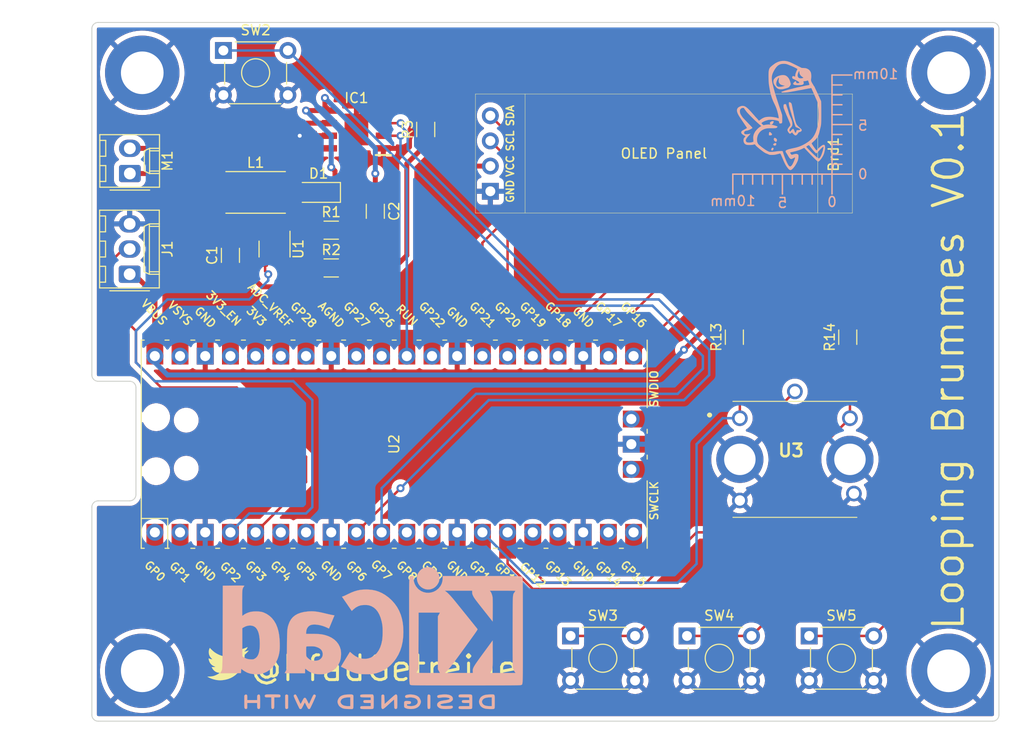
<source format=kicad_pcb>
(kicad_pcb (version 20211014) (generator pcbnew)
  (layers (0 "F.Cu" signal) (31 "B.Cu" signal) (34 "B.Paste" user) (35 "F.Paste" user) (36 "B.SilkS" user "B.Silkscreen") (37 "F.SilkS" user "F.Silkscreen") (38 "B.Mask" user) (39 "F.Mask" user) (44 "Edge.Cuts" user))
  (net 0 "")
  (net 1 "GND")
  (net 2 "+3V3")
  (net 3 "/SCL")
  (net 4 "/SDA")
  (net 5 "+5V")
  (net 6 "+9V")
  (net 7 "Net-(D1-Pad2)")
  (net 8 "/SPD2")
  (net 9 "/SPD1")
  (net 10 "Net-(IC1-Pad4)")
  (net 11 "/LEDdata")
  (net 12 "Net-(R1-Pad2)")
  (net 13 "/ENA")
  (net 14 "/ENB")
  (net 15 "/BTNONE")
  (net 16 "/RST")
  (net 17 "/BTNTWO")
  (net 18 "/BTNTHREE")
  (net 19 "/STPEN")
  (net 20 "/ENSW")
  (net 23 "Net-(IC1-Pad6)")
  (net 24 "Net-(IC1-Pad8)")
  (footprint "Resistor_SMD:R_1206_3216Metric_Pad1.30x1.75mm_HandSolder" (layer "F.Cu") (at 157.48 76.835 90)
    (fp_text reference "R14" (at 0 -1.82 90) (layer "F.SilkS"))
    (fp_text value "5k")
    (pad "1" smd roundrect (at -1.55 0 90) (size 1.3 1.75) (layers "F.Cu" "F.Paste" "F.Mask") (roundrect_rratio 0.192308) (net 14 "/ENB"))
    (pad "2" smd roundrect (at 1.55 0 90) (size 1.3 1.75) (layers "F.Cu" "F.Paste" "F.Mask") (roundrect_rratio 0.192308) (net 5 "+5V"))
  )
  (footprint "Capacitor_SMD:C_1206_3216Metric_Pad1.33x1.80mm_HandSolder" (layer "F.Cu") (at 109.855 64.135 -90)
    (fp_text reference "C2" (at 0 -1.905 90) (layer "F.SilkS"))
    (fp_text value "1u")
    (pad "1" smd roundrect (at -1.5625 0 270) (size 1.325 1.8) (layers "F.Cu" "F.Paste" "F.Mask") (roundrect_rratio 0.188679) (net 6 "+9V"))
    (pad "2" smd roundrect (at 1.5625 0 270) (size 1.325 1.8) (layers "F.Cu" "F.Paste" "F.Mask") (roundrect_rratio 0.188679) (net 1 "GND"))
  )
  (footprint "Button_Switch_THT:SW_TH_Tactile_Omron_B3F-10xx" (layer "F.Cu") (at 129.54 106.97)
    (fp_text reference "SW3" (at 3.25 -2.05) (layer "F.SilkS"))
    (fp_text value "SW_Push")
    (pad "1" thru_hole circle (at 6.5 0) (size 1.7 1.7) (drill 1) (layers *.Cu *.Mask) (net 15 "/BTNONE"))
    (pad "1" thru_hole rect (at 0 0) (size 1.7 1.7) (drill 1) (layers *.Cu *.Mask) (net 15 "/BTNONE"))
    (pad "2" thru_hole circle (at 6.5 4.5) (size 1.7 1.7) (drill 1) (layers *.Cu *.Mask) (net 1 "GND"))
    (pad "2" thru_hole circle (at 0 4.5) (size 1.7 1.7) (drill 1) (layers *.Cu *.Mask) (net 1 "GND"))
  )
  (footprint "SSD1306:SSD1306-0.91-OLED-4pin-128x32" (layer "F.Cu") (at 157.95 64.305 180)
    (fp_text reference "Brd1" (at 1.9 5.91 90) (layer "F.SilkS"))
    (fp_text value "SSD1306")
    (fp_text user "GND" (at 34.5 2.19 90) (layer "F.SilkS") (effects (font (size 0.75 0.75))))
    (fp_text user "SCL" (at 34.5 7.27 90) (layer "F.SilkS") (effects (font (size 0.75 0.75))))
    (fp_text user "OLED Panel" (at 19 6) (layer "F.SilkS"))
    (fp_text user "VCC" (at 34.5 4.73 90) (layer "F.SilkS") (effects (font (size 0.75 0.75))))
    (fp_text user "SDA" (at 34.5 9.81 90) (layer "F.SilkS") (effects (font (size 0.75 0.75))))
    (pad "1" thru_hole rect (at 36.5 2.19 180) (size 1.7 1.7) (drill 1) (layers *.Cu *.Mask) (net 1 "GND"))
    (pad "2" thru_hole oval (at 36.5 4.73 180) (size 1.7 1.7) (drill 1) (layers *.Cu *.Mask) (net 2 "+3V3"))
    (pad "3" thru_hole oval (at 36.5 7.27 180) (size 1.7 1.7) (drill 1) (layers *.Cu *.Mask) (net 3 "/SCL"))
    (pad "4" thru_hole oval (at 36.5 9.81 180) (size 1.7 1.7) (drill 1) (layers *.Cu *.Mask) (net 4 "/SDA"))
  )
  (footprint "" (layer "F.Cu") (at 167.64 50.165)
    (fp_text reference "" (at 0 0) (layer "F.SilkS") (effects (font (size 1.27 1.27))))
    (fp_text value "" (at 0 0) (layer "F.SilkS") (effects (font (size 1.27 1.27))))
    (pad "1" thru_hole circle (at 0 0) (size 7.5 7.5) (drill 4.3) (layers *.Cu *.Mask) (net 1 "GND"))
  )
  (footprint "MountingHole:MountingHole_4.3mm_M4_DIN965_Pad" (layer "F.Cu") (at 86.36 50.165)
    (fp_text reference "REF**" hide)
    (fp_text value "MountingHole_4.3mm_M4_DIN965_Pad")
    (pad "1" thru_hole circle (at 0 0) (size 7.5 7.5) (drill 4.3) (layers *.Cu *.Mask) (net 1 "GND"))
  )
  (footprint "Resistor_SMD:R_1206_3216Metric_Pad1.30x1.75mm_HandSolder" (layer "F.Cu") (at 146.05 76.835 90)
    (fp_text reference "R13" (at 0 -1.82 90) (layer "F.SilkS"))
    (fp_text value "5k")
    (pad "1" smd roundrect (at -1.55 0 90) (size 1.3 1.75) (layers "F.Cu" "F.Paste" "F.Mask") (roundrect_rratio 0.192308) (net 13 "/ENA"))
    (pad "2" smd roundrect (at 1.55 0 90) (size 1.3 1.75) (layers "F.Cu" "F.Paste" "F.Mask") (roundrect_rratio 0.192308) (net 5 "+5V"))
  )
  (footprint "Capacitor_SMD:C_1206_3216Metric_Pad1.33x1.80mm_HandSolder" (layer "F.Cu") (at 95.25 68.58 90)
    (fp_text reference "C1" (at 0 -1.85 90) (layer "F.SilkS"))
    (fp_text value "1u")
    (pad "1" smd roundrect (at -1.5625 0 90) (size 1.325 1.8) (layers "F.Cu" "F.Paste" "F.Mask") (roundrect_rratio 0.188679) (net 1 "GND"))
    (pad "2" smd roundrect (at 1.5625 0 90) (size 1.325 1.8) (layers "F.Cu" "F.Paste" "F.Mask") (roundrect_rratio 0.188679) (net 5 "+5V"))
  )
  (footprint "Samacsys:EC12D1564402" (layer "F.Cu") (at 146.602 85.009)
    (fp_text reference "U3" (at 5.163 3.256) (layer "F.SilkS") (effects (font (size 1.27 1.27) (thickness 0.254))))
    (fp_text value "EC12D1564402" hide)
    (pad "A1" thru_hole circle locked (at 0 0) (size 1.575 1.575) (drill 1.05) (layers *.Cu *.Mask) (net 13 "/ENA"))
    (pad "B1" thru_hole circle locked (at 11.099 0) (size 1.575 1.575) (drill 1.05) (layers *.Cu *.Mask) (net 14 "/ENB"))
    (pad "C1" thru_hole circle locked (at 0 8.3) (size 1.575 1.575) (drill 1.05) (layers *.Cu *.Mask) (net 1 "GND"))
    (pad "D1" thru_hole circle locked (at 11.5 7.6) (size 1.575 1.575) (drill 1.05) (layers *.Cu *.Mask) (net 1 "GND"))
    (pad "E1" thru_hole circle locked (at 5.55 -2.7) (size 1.575 1.575) (drill 1.05) (layers *.Cu *.Mask) (net 20 "/ENSW"))
    (pad "MH1" thru_hole circle locked (at 0 4.15) (size 4.755 4.755) (drill 3.17) (layers *.Cu *.Mask) (net 1 "GND"))
    (pad "MH2" thru_hole circle locked (at 11.099 4.15) (size 4.755 4.755) (drill 3.17) (layers *.Cu *.Mask) (net 1 "GND"))
  )
  (footprint "Samacsys:SOIC127P600X170-9N" (layer "F.Cu") (at 107.95 55.88 180)
    (fp_text reference "IC1" (at 0 3.175) (layer "F.SilkS"))
    (fp_text value "TB67H451AFNG,EL" hide)
    (pad "1" smd rect locked (at -2.712 -1.905 270) (size 0.65 1.525) (layers "F.Cu" "F.Paste" "F.Mask") (net 1 "GND"))
    (pad "2" smd rect locked (at -2.712 -0.635 270) (size 0.65 1.525) (layers "F.Cu" "F.Paste" "F.Mask") (net 8 "/SPD2"))
    (pad "3" smd rect locked (at -2.712 0.635 270) (size 0.65 1.525) (layers "F.Cu" "F.Paste" "F.Mask") (net 9 "/SPD1"))
    (pad "4" smd rect locked (at -2.712 1.905 270) (size 0.65 1.525) (layers "F.Cu" "F.Paste" "F.Mask") (net 10 "Net-(IC1-Pad4)"))
    (pad "5" smd rect locked (at 2.712 1.905 270) (size 0.65 1.525) (layers "F.Cu" "F.Paste" "F.Mask") (net 6 "+9V"))
    (pad "6" smd rect locked (at 2.712 0.635 270) (size 0.65 1.525) (layers "F.Cu" "F.Paste" "F.Mask") (net 23 "Net-(IC1-Pad6)"))
    (pad "7" smd rect locked (at 2.712 -0.635 270) (size 0.65 1.525) (layers "F.Cu" "F.Paste" "F.Mask") (net 1 "GND"))
    (pad "8" smd rect locked (at 2.712 -1.905 270) (size 0.65 1.525) (layers "F.Cu" "F.Paste" "F.Mask") (net 24 "Net-(IC1-Pad8)"))
    (pad "9" smd rect locked (at 0 0 180) (size 2.39 3.2) (layers "F.Cu" "F.Paste" "F.Mask") (net 1 "GND"))
  )
  (footprint "Diode_SMD:D_SOD-123F" (layer "F.Cu") (at 104.14 62.23 180)
    (fp_text reference "D1" (at 0 1.905 180) (layer "F.SilkS"))
    (fp_text value "1N5819")
    (pad "1" smd rect (at -1.4 0 180) (size 1.1 1.1) (layers "F.Cu" "F.Paste" "F.Mask") (net 6 "+9V"))
    (pad "2" smd rect (at 1.4 0 180) (size 1.1 1.1) (layers "F.Cu" "F.Paste" "F.Mask") (net 7 "Net-(D1-Pad2)"))
  )
  (footprint "MountingHole:MountingHole_4.3mm_M4_DIN965_Pad" (layer "F.Cu") (at 86.36 110.49)
    (fp_text reference "REF**" hide)
    (fp_text value "MountingHole_4.3mm_M4_DIN965_Pad")
    (pad "1" thru_hole circle (at 0 0) (size 7.5 7.5) (drill 4.3) (layers *.Cu *.Mask) (net 1 "GND"))
  )
  (footprint "Resistor_SMD:R_1206_3216Metric_Pad1.30x1.75mm_HandSolder" (layer "F.Cu") (at 105.41 66.04)
    (fp_text reference "R1" (at 0 -1.82) (layer "F.SilkS"))
    (fp_text value "31600")
    (pad "1" smd roundrect (at -1.55 0) (size 1.3 1.75) (layers "F.Cu" "F.Paste" "F.Mask") (roundrect_rratio 0.192308) (net 6 "+9V"))
    (pad "2" smd roundrect (at 1.55 0) (size 1.3 1.75) (layers "F.Cu" "F.Paste" "F.Mask") (roundrect_rratio 0.192308) (net 12 "Net-(R1-Pad2)"))
  )
  (footprint "Resistor_SMD:R_1206_3216Metric_Pad1.30x1.75mm_HandSolder" (layer "F.Cu") (at 114.935 55.88 90)
    (fp_text reference "R3" (at 0 -1.82 90) (layer "F.SilkS"))
    (fp_text value "10k")
    (pad "1" smd roundrect (at -1.55 0 90) (size 1.3 1.75) (layers "F.Cu" "F.Paste" "F.Mask") (roundrect_rratio 0.192308) (net 2 "+3V3"))
    (pad "2" smd roundrect (at 1.55 0 90) (size 1.3 1.75) (layers "F.Cu" "F.Paste" "F.Mask") (roundrect_rratio 0.192308) (net 10 "Net-(IC1-Pad4)"))
  )
  (footprint "Inductor_SMD:L_Taiyo-Yuden_NR-40xx_HandSoldering" (layer "F.Cu") (at 97.79 62.23)
    (fp_text reference "L1" (at 0 -3) (layer "F.SilkS"))
    (fp_text value "10u")
    (pad "1" smd rect (at -1.9 0) (size 2.2 3.9) (layers "F.Cu" "F.Paste" "F.Mask") (net 5 "+5V"))
    (pad "2" smd rect (at 1.9 0) (size 2.2 3.9) (layers "F.Cu" "F.Paste" "F.Mask") (net 7 "Net-(D1-Pad2)"))
  )
  (footprint "Connector_Molex:Molex_KK-254_AE-6410-03A_1x03_P2.54mm_Vertical" (layer "F.Cu") (at 85.09 70.485 90)
    (fp_text reference "J1" (at 2.54 3.81 90) (layer "F.SilkS"))
    (fp_text value "Conn_01x03")
    (pad "1" thru_hole roundrect (at 0 0 90) (size 1.74 2.19) (drill 1.19) (layers *.Cu *.Mask) (roundrect_rratio 0.143678) (net 5 "+5V"))
    (pad "2" thru_hole oval (at 2.54 0 90) (size 1.74 2.19) (drill 1.19) (layers *.Cu *.Mask) (net 11 "/LEDdata"))
    (pad "3" thru_hole oval (at 5.08 0 90) (size 1.74 2.19) (drill 1.19) (layers *.Cu *.Mask) (net 1 "GND"))
  )
  (footprint "Button_Switch_THT:SW_TH_Tactile_Omron_B3F-10xx" (layer "F.Cu") (at 153.595 106.97)
    (fp_text reference "SW5" (at 3.25 -2.05) (layer "F.SilkS"))
    (fp_text value "SW_Push")
    (pad "1" thru_hole rect (at 0 0) (size 1.7 1.7) (drill 1) (layers *.Cu *.Mask) (net 18 "/BTNTHREE"))
    (pad "1" thru_hole circle (at 6.5 0) (size 1.7 1.7) (drill 1) (layers *.Cu *.Mask) (net 18 "/BTNTHREE"))
    (pad "2" thru_hole circle (at 0 4.5) (size 1.7 1.7) (drill 1) (layers *.Cu *.Mask) (net 1 "GND"))
    (pad "2" thru_hole circle (at 6.5 4.5) (size 1.7 1.7) (drill 1) (layers *.Cu *.Mask) (net 1 "GND"))
  )
  (footprint "Pi Pico:RPi_Pico_SMD_TH" (layer "F.Cu") (at 111.76 87.63 90)
    (fp_text reference "U2" (at 0 0 90) (layer "F.SilkS"))
    (fp_text value "Pico")
    (fp_text user "GND" (at -12.8 -6.35 135) (layer "F.SilkS") (effects (font (size 0.8 0.8))))
    (fp_text user "GP16" (at 13.054 24.13 135) (layer "F.SilkS") (effects (font (size 0.8 0.8))))
    (fp_text user "AGND" (at 13.054 -6.35 135) (layer "F.SilkS") (effects (font (size 0.8 0.8))))
    (fp_text user "3V3_EN" (at 13.7 -17.2 135) (layer "F.SilkS") (effects (font (size 0.8 0.8))))
    (fp_text user "RUN" (at 13 1.27 135) (layer "F.SilkS") (effects (font (size 0.8 0.8))))
    (fp_text user "GP18" (at 13.054 16.51 135) (layer "F.SilkS") (effects (font (size 0.8 0.8))))
    (fp_text user "VSYS" (at 13.2 -21.59 135) (layer "F.SilkS") (effects (font (size 0.8 0.8))))
    (fp_text user "GP0" (at -12.8 -24.13 135) (layer "F.SilkS") (effects (font (size 0.8 0.8))))
    (fp_text user "GND" (at 12.8 19.05 135) (layer "F.SilkS") (effects (font (size 0.8 0.8))))
    (fp_text user "GP14" (at -13.1 21.59 135) (layer "F.SilkS") (effects (font (size 0.8 0.8))))
    (fp_text user "SWCLK" (at -5.7 26.2 90) (layer "F.SilkS") (effects (font (size 0.8 0.8))))
    (fp_text user "GP17" (at 13.054 21.59 135) (layer "F.SilkS") (effects (font (size 0.8 0.8))))
    (fp_text user "GP22" (at 13.054 3.81 135) (layer "F.SilkS") (effects (font (size 0.8 0.8))))
    (fp_text user "3V3" (at 12.9 -13.9 135) (layer "F.SilkS") (effects (font (size 0.8 0.8))))
    (fp_text user "GP12" (at -13.2 13.97 135) (layer "F.SilkS") (effects (font (size 0.8 0.8))))
    (fp_text user "GP27" (at 13.054 -3.8 135) (layer "F.SilkS") (effects (font (size 0.8 0.8))))
    (fp_text user "GP9" (at -12.8 3.81 135) (layer "F.SilkS") (effects (font (size 0.8 0.8))))
    (fp_text user "GP1" (at -12.9 -21.6 135) (layer "F.SilkS") (effects (font (size 0.8 0.8))))
    (fp_text user "GND" (at -12.8 -19.05 135) (layer "F.SilkS") (effects (font (size 0.8 0.8))))
    (fp_text user "GP21" (at 13.054 8.9 135) (layer "F.SilkS") (effects (font (size 0.8 0.8))))
    (fp_text user "GP6" (at -12.8 -3.81 135) (layer "F.SilkS") (effects (font (size 0.8 0.8))))
    (fp_text user "GND" (at -12.8 19.05 135) (layer "F.SilkS") (effects (font (size 0.8 0.8))))
    (fp_text user "GP28" (at 13.054 -9.144 135) (layer "F.SilkS") (effects (font (size 0.8 0.8))))
    (fp_text user "GP19" (at 13.054 13.97 135) (layer "F.SilkS") (effects (font (size 0.8 0.8))))
    (fp_text user "SWDIO" (at 5.6 26.2 90) (layer "F.SilkS") (effects (font (size 0.8 0.8))))
    (fp_text user "GP26" (at 13.054 -1.27 135) (layer "F.SilkS") (effects (font (size 0.8 0.8))))
    (fp_text user "GND" (at 12.8 6.35 135) (layer "F.SilkS") (effects (font (size 0.8 0.8))))
    (fp_text user "GP2" (at -12.9 -16.51 135) (layer "F.SilkS") (effects (font (size 0.8 0.8))))
    (fp_text user "GP5" (at -12.8 -8.89 135) (layer "F.SilkS") (effects (font (size 0.8 0.8))))
    (fp_text user "GP11" (at -13.2 11.43 135) (layer "F.SilkS") (effects (font (size 0.8 0.8))))
    (fp_text user "GP15" (at -13.054 24.13 135) (layer "F.SilkS") (effects (font (size 0.8 0.8))))
    (fp_text user "GP7" (at -12.7 -1.3 135) (layer "F.SilkS") (effects (font (size 0.8 0.8))))
    (fp_text user "GND" (at -12.8 6.35 135) (layer "F.SilkS") (effects (font (size 0.8 0.8))))
    (fp_text user "GP3" (at -12.8 -13.97 135) (layer "F.SilkS") (effects (font (size 0.8 0.8))))
    (fp_text user "ADC_VREF" (at 14 -12.5 135) (layer "F.SilkS") (effects (font (size 0.8 0.8))))
    (fp_text user "GP8" (at -12.8 1.27 135) (layer "F.SilkS") (effects (font (size 0.8 0.8))))
    (fp_text user "GP10" (at -13.054 8.89 135) (layer "F.SilkS") (effects (font (size 0.8 0.8))))
    (fp_text user "GND" (at 12.8 -19.05 135) (layer "F.SilkS") (effects (font (size 0.8 0.8))))
    (fp_text user "VBUS" (at 13.3 -24.2 135) (layer "F.SilkS") (effects (font (size 0.8 0.8))))
    (fp_text user "GP13" (at -13.054 16.51 135) (layer "F.SilkS") (effects (font (size 0.8 0.8))))
    (fp_text user "GP4" (at -12.8 -11.43 135) (layer "F.SilkS") (effects (font (size 0.8 0.8))))
    (fp_text user "GP20" (at 13.054 11.43 135) (layer "F.SilkS") (effects (font (size 0.8 0.8))))
    (pad "" np_thru_hole oval (at -2.425 -20.97 90) (size 1.5 1.5) (drill 1.5) (layers *.Cu *.Mask))
    (pad "" np_thru_hole oval (at 2.425 -20.97 90) (size 1.5 1.5) (drill 1.5) (layers *.Cu *.Mask))
    (pad "" np_thru_hole oval (at 2.725 -24 90) (size 1.8 1.8) (drill 1.8) (layers *.Cu *.Mask))
    (pad "" np_thru_hole oval (at -2.725 -24 90) (size 1.8 1.8) (drill 1.8) (layers *.Cu *.Mask))
    (pad "1" thru_hole oval (at -8.89 -24.13 90) (size 1.7 1.7) (drill 1.02) (layers *.Cu *.Mask))
    (pad "1" smd rect (at -8.89 -24.13 90) (size 3.5 1.7) (drill (offset -0.9 0)) (layers "F.Cu" "F.Mask"))
    (pad "2" smd rect (at -8.89 -21.59 90) (size 3.5 1.7) (drill (offset -0.9 0)) (layers "F.Cu" "F.Mask"))
    (pad "2" thru_hole oval (at -8.89 -21.59 90) (size 1.7 1.7) (drill 1.02) (layers *.Cu *.Mask))
    (pad "3" thru_hole rect (at -8.89 -19.05 90) (size 1.7 1.7) (drill 1.02) (layers *.Cu *.Mask) (net 1 "GND"))
    (pad "3" smd rect (at -8.89 -19.05 90) (size 3.5 1.7) (drill (offset -0.9 0)) (layers "F.Cu" "F.Mask") (net 1 "GND"))
    (pad "4" smd rect (at -8.89 -16.51 90) (size 3.5 1.7) (drill (offset -0.9 0)) (layers "F.Cu" "F.Mask") (net 19 "/STPEN"))
    (pad "4" thru_hole oval (at -8.89 -16.51 90) (size 1.7 1.7) (drill 1.02) (layers *.Cu *.Mask) (net 19 "/STPEN"))
    (pad "5" thru_hole oval (at -8.89 -13.97 90) (size 1.7 1.7) (drill 1.02) (layers *.Cu *.Mask) (net 11 "/LEDdata"))
    (pad "5" smd rect (at -8.89 -13.97 90) (size 3.5 1.7) (drill (offset -0.9 0)) (layers "F.Cu" "F.Mask") (net 11 "/LEDdata"))
    (pad "6" smd rect (at -8.89 -11.43 90) (size 3.5 1.7) (drill (offset -0.9 0)) (layers "F.Cu" "F.Mask"))
    (pad "6" thru_hole oval (at -8.89 -11.43 90) (size 1.7 1.7) (drill 1.02) (layers *.Cu *.Mask))
    (pad "7" smd rect (at -8.89 -8.89 90) (size 3.5 1.7) (drill (offset -0.9 0)) (layers "F.Cu" "F.Mask"))
    (pad "7" thru_hole oval (at -8.89 -8.89 90) (size 1.7 1.7) (drill 1.02) (layers *.Cu *.Mask))
    (pad "8" thru_hole rect (at -8.89 -6.35 90) (size 1.7 1.7) (drill 1.02) (layers *.Cu *.Mask) (net 1 "GND"))
    (pad "8" smd rect (at -8.89 -6.35 90) (size 3.5 1.7) (drill (offset -0.9 0)) (layers "F.Cu" "F.Mask") (net 1 "GND"))
    (pad "9" smd rect (at -8.89 -3.81 90) (size 3.5 1.7) (drill (offset -0.9 0)) (layers "F.Cu" "F.Mask") (net 9 "/SPD1"))
    (pad "9" thru_hole oval (at -8.89 -3.81 90) (size 1.7 1.7) (drill 1.02) (layers *.Cu *.Mask) (net 9 "/SPD1"))
    (pad "10" thru_hole oval (at -8.89 -1.27 90) (size 1.7 1.7) (drill 1.02) (layers *.Cu *.Mask) (net 8 "/SPD2"))
    (pad "10" smd rect (at -8.89 -1.27 90) (size 3.5 1.7) (drill (offset -0.9 0)) (layers "F.Cu" "F.Mask") (net 8 "/SPD2"))
    (pad "11" smd rect (at -8.89 1.27 90) (size 3.5 1.7) (drill (offset -0.9 0)) (layers "F.Cu" "F.Mask"))
    (pad "11" thru_hole oval (at -8.89 1.27 90) (size 1.7 1.7) (drill 1.02) (layers *.Cu *.Mask))
    (pad "12" thru_hole oval (at -8.89 3.81 90) (size 1.7 1.7) (drill 1.02) (layers *.Cu *.Mask))
    (pad "12" smd rect (at -8.89 3.81 90) (size 3.5 1.7) (drill (offset -0.9 0)) (layers "F.Cu" "F.Mask"))
    (pad "13" thru_hole rect (at -8.89 6.35 90) (size 1.7 1.7) (drill 1.02) (layers *.Cu *.Mask) (net 1 "GND"))
    (pad "13" smd rect (at -8.89 6.35 90) (size 3.5 1.7) (drill (offset -0.9 0)) (layers "F.Cu" "F.Mask") (net 1 "GND"))
    (pad "14" smd rect (at -8.89 8.89 90) (size 3.5 1.7) (drill (offset -0.9 0)) (layers "F.Cu" "F.Mask") (net 13 "/ENA"))
    (pad "14" thru_hole oval (at -8.89 8.89 90) (size 1.7 1.7) (drill 1.02) (layers *.Cu *.Mask) (net 13 "/ENA"))
    (pad "15" thru_hole oval (at -8.89 11.43 90) (size 1.7 1.7) (drill 1.02) (layers *.Cu *.Mask) (net 14 "/ENB"))
    (pad "15" smd rect (at -8.89 11.43 90) (size 3.5 1.7) (drill (offset -0.9 0)) (layers "F.Cu" "F.Mask") (net 14 "/ENB"))
    (pad "16" smd rect (at -8.89 13.97 90) (size 3.5 1.7) (drill (offset -0.9 0)) (layers "F.Cu" "F.Mask") (net 20 "/ENSW"))
    (pad "16" thru_hole oval (at -8.89 13.97 90) (size 1.7 1.7) (drill 1.02) (layers *.Cu *.Mask) (net 20 "/ENSW"))
    (pad "17" thru_hole oval (at -8.89 16.51 90) (size 1.7 1.7) (drill 1.02) (layers *.Cu *.Mask))
    (pad "17" smd rect (at -8.89 16.51 90) (size 3.5 1.7) (drill (offset -0.9 0)) (layers "F.Cu" "F.Mask"))
    (pad "18" thru_hole rect (at -8.89 19.05 90) (size 1.7 1.7) (drill 1.02) (layers *.Cu *.Mask) (net 1 "GND"))
    (pad "18" smd rect (at -8.89 19.05 90) (size 3.5 1.7) (drill (offset -0.9 0)) (layers "F.Cu" "F.Mask") (net 1 "GND"))
    (pad "19" thru_hole oval (at -8.89 21.59 90) (size 1.7 1.7) (drill 1.02) (layers *.Cu *.Mask))
    (pad "19" smd rect (at -8.89 21.59 90) (size 3.5 1.7) (drill (offset -0.9 0)) (layers "F.Cu" "F.Mask"))
    (pad "20" thru_hole oval (at -8.89 24.13 90) (size 1.7 1.7) (drill 1.02) (layers *.Cu *.Mask))
    (pad "20" smd rect (at -8.89 24.13 90) (size 3.5 1.7) (drill (offset -0.9 0)) (layers "F.Cu" "F.Mask"))
    (pad "21" thru_hole oval (at 8.89 24.13 90) (size 1.7 1.7) (drill 1.02) (layers *.Cu *.Mask) (net 15 "/BTNONE"))
    (pad "21" smd rect (at 8.89 24.13 90) (size 3.5 1.7) (drill (offset 0.9 0)) (layers "F.Cu" "F.Mask") (net 15 "/BTNONE"))
    (pad "22" smd rect (at 8.89 21.59 90) (size 3.5 1.7) (drill (offset 0.9 0)) (layers "F.Cu" "F.Mask") (net 17 "/BTNTWO"))
    (pad "22" thru_hole oval (at 8.89 21.59 90) (size 1.7 1.7) (drill 1.02) (layers *.Cu *.Mask) (net 17 "/BTNTWO"))
    (pad "23" smd rect (at 8.89 19.05 90) (size 3.5 1.7) (drill (offset 0.9 0)) (layers "F.Cu" "F.Mask") (net 1 "GND"))
    (pad "23" thru_hole rect (at 8.89 19.05 90) (size 1.7 1.7) (drill 1.02) (layers *.Cu *.Mask) (net 1 "GND"))
    (pad "24" smd rect (at 8.89 16.51 90) (size 3.5 1.7) (drill (offset 0.9 0)) (layers "F.Cu" "F.Mask") (net 18 "/BTNTHREE"))
    (pad "24" thru_hole oval (at 8.89 16.51 90) (size 1.7 1.7) (drill 1.02) (layers *.Cu *.Mask) (net 18 "/BTNTHREE"))
    (pad "25" thru_hole oval (at 8.89 13.97 90) (size 1.7 1.7) (drill 1.02) (layers *.Cu *.Mask))
    (pad "25" smd rect (at 8.89 13.97 90) (size 3.5 1.7) (drill (offset 0.9 0)) (layers "F.Cu" "F.Mask"))
    (pad "26" thru_hole oval (at 8.89 11.43 90) (size 1.7 1.7) (drill 1.02) (layers *.Cu *.Mask) (net 4 "/SDA"))
    (pad "26" smd rect (at 8.89 11.43 90) (size 3.5 1.7) (drill (offset 0.9 0)) (layers "F.Cu" "F.Mask") (net 4 "/SDA"))
    (pad "27" thru_hole oval (at 8.89 8.89 90) (size 1.7 1.7) (drill 1.02) (layers *.Cu *.Mask) (net 3 "/SCL"))
    (pad "27" smd rect (at 8.89 8.89 90) (size 3.5 1.7) (drill (offset 0.9 0)) (layers "F.Cu" "F.Mask") (net 3 "/SCL"))
    (pad "28" smd rect (at 8.89 6.35 90) (size 3.5 1.7) (drill (offset 0.9 0)) (layers "F.Cu" "F.Mask") (net 1 "GND"))
    (pad "28" thru_hole rect (at 8.89 6.35 90) (size 1.7 1.7) (drill 1.02) (layers *.Cu *.Mask) (net 1 "GND"))
    (pad "29" smd rect (at 8.89 3.81 90) (size 3.5 1.7) (drill (offset 0.9 0)) (layers "F.Cu" "F.Mask"))
    (pad "29" thru_hole oval (at 8.89 3.81 90) (size 1.7 1.7) (drill 1.02) (layers *.Cu *.Mask))
    (pad "30" thru_hole oval (at 8.89 1.27 90) (size 1.7 1.7) (drill 1.02) (layers *.Cu *.Mask) (net 16 "/RST"))
    (pad "30" smd rect (at 8.89 1.27 90) (size 3.5 1.7) (drill (offset 0.9 0)) (layers "F.Cu" "F.Mask") (net 16 "/RST"))
    (pad "31" thru_hole oval (at 8.89 -1.27 90) (size 1.7 1.7) (drill 1.02) (layers *.Cu *.Mask))
    (pad "31" smd rect (at 8.89 -1.27 90) (size 3.5 1.7) (drill (offset 0.9 0)) (layers "F.Cu" "F.Mask"))
    (pad "32" thru_hole oval (at 8.89 -3.81 90) (size 1.7 1.7) (drill 1.02) (layers *.Cu *.Mask))
    (pad "32" smd rect (at 8.89 -3.81 90) (size 3.5 1.7) (drill (offset 0.9 0)) (layers "F.Cu" "F.Mask"))
    (pad "33" smd rect (at 8.89 -6.35 90) (size 3.5 1.7) (drill (offset 0.9 0)) (layers "F.Cu" "F.Mask") (net 1 "GND"))
    (pad "33" thru_hole rect (at 8.89 -6.35 90) (size 1.7 1.7) (drill 1.02) (layers *.Cu *.Mask) (net 1 "GND"))
    (pad "34" thru_hole oval (at 8.89 -8.89 90) (size 1.7 1.7) (drill 1.02) (layers *.Cu *.Mask))
    (pad "34" smd rect (at 8.89 -8.89 90) (size 3.5 1.7) (drill (offset 0.9 0)) (layers "F.Cu" "F.Mask"))
    (pad "35" thru_hole oval (at 8.89 -11.43 90) (size 1.7 1.7) (drill 1.02) (layers *.Cu *.Mask))
    (pad "35" smd rect (at 8.89 -11.43 90) (size 3.5 1.7) (drill (offset 0.9 0)) (layers "F.Cu" "F.Mask"))
    (pad "36" thru_hole oval (at 8.89 -13.97 90) (size 1.7 1.7) (drill 1.02) (layers *.Cu *.Mask) (net 2 "+3V3"))
    (pad "36" smd rect (at 8.89 -13.97 90) (size 3.5 1.7) (drill (offset 0.9 0)) (layers "F.Cu" "F.Mask") (net 2 "+3V3"))
    (pad "37" thru_hole oval (at 8.89 -16.51 90) (size 1.7 1.7) (drill 1.02) (layers *.Cu *.Mask))
    (pad "37" smd rect (at 8.89 -16.51 90) (size 3.5 1.7) (drill (offset 0.9 0)) (layers "F.Cu" "F.Mask"))
    (pad "38" smd rect (at 8.89 -19.05 90) (size 3.5 1.7) (drill (offset 0.9 0)) (layers "F.Cu" "F.Mask") (net 1 "GND"))
    (pad "38" thru_hole rect (at 8.89 -19.05 90) (size 1.7 1.7) (drill 1.02) (layers *.Cu *.Mask) (net 1 "GND"))
    (pad "39" thru_hole oval (at 8.89 -21.59 90) (size 1.7 1.7) (drill 1.02) (layers *.Cu *.Mask))
    (pad "39" smd rect (at 8.89 -21.59 90) (size 3.5 1.7) (drill (offset 0.9 0)) (layers "F.Cu" "F.Mask"))
    (pad "40" smd rect (at 8.89 -24.13 90) (size 3.5 1.7) (drill (offset 0.9 0)) (layers "F.Cu" "F.Mask") (net 5 "+5V"))
    (pad "40" thru_hole oval (at 8.89 -24.13 90) (size 1.7 1.7) (drill 1.02) (layers *.Cu *.Mask) (net 5 "+5V"))
    (pad "41" thru_hole oval (at -2.54 23.9 90) (size 1.7 1.7) (drill 1.02) (layers *.Cu *.Mask))
    (pad "41" smd rect (at -2.54 23.9 180) (size 3.5 1.7) (drill (offset -0.9 0)) (layers "F.Cu" "F.Mask"))
    (pad "42" thru_hole rect (at 0 23.9 90) (size 1.7 1.7) (drill 1.02) (layers *.Cu *.Mask) (net 1 "GND"))
    (pad "42" smd rect (at 0 23.9 180) (size 3.5 1.7) (drill (offset -0.9 0)) (layers "F.Cu" "F.Mask") (net 1 "GND"))
    (pad "43" smd rect (at 2.54 23.9 180) (size 3.5 1.7) (drill (offset -0.9 0)) (layers "F.Cu" "F.Mask"))
    (pad "43" thru_hole oval (at 2.54 23.9 90) (size 1.7 1.7) (drill 1.02) (layers *.Cu *.Mask))
  )
  (footprint "eigene footprints:twitter_6_8mm" (layer "F.Cu") (at 94.996 109.728)
    (fp_text reference "G***" hide)
    (fp_text value "LOGO" hide)
  )
  (footprint "Button_Switch_THT:SW_TH_Tactile_Omron_B3F-10xx" (layer "F.Cu") (at 141.276 106.97)
    (fp_text reference "SW4" (at 3.25 -2.05) (layer "F.SilkS"))
    (fp_text value "SW_Push")
    (pad "1" thru_hole rect (at 0 0) (size 1.7 1.7) (drill 1) (layers *.Cu *.Mask) (net 17 "/BTNTWO"))
    (pad "1" thru_hole circle (at 6.5 0) (size 1.7 1.7) (drill 1) (layers *.Cu *.Mask) (net 17 "/BTNTWO"))
    (pad "2" thru_hole circle (at 6.5 4.5) (size 1.7 1.7) (drill 1) (layers *.Cu *.Mask) (net 1 "GND"))
    (pad "2" thru_hole circle (at 0 4.5) (size 1.7 1.7) (drill 1) (layers *.Cu *.Mask) (net 1 "GND"))
  )
  (footprint "" (layer "F.Cu") (at 167.64 110.49)
    (fp_text reference "" (at 0 0) (layer "F.SilkS") (effects (font (size 1.27 1.27))))
    (fp_text value "" (at 0 0) (layer "F.SilkS") (effects (font (size 1.27 1.27))))
    (pad "1" thru_hole circle (at 0 0) (size 7.5 7.5) (drill 4.3) (layers *.Cu *.Mask) (net 1 "GND"))
  )
  (footprint "Package_TO_SOT_SMD:SOT-23-5" (layer "F.Cu") (at 99.695 67.945 -90)
    (fp_text reference "U1" (at 0 -2.4 90) (layer "F.SilkS"))
    (fp_text value "AP3012")
    (pad "1" smd roundrect (at -1.1375 -0.95 270) (size 1.325 0.6) (layers "F.Cu" "F.Paste" "F.Mask") (net 7 "Net-(D1-Pad2)"))
    (pad "2" smd roundrect (at -1.1375 0 270) (size 1.325 0.6) (layers "F.Cu" "F.Paste" "F.Mask") (net 1 "GND"))
    (pad "3" smd roundrect (at -1.1375 0.95 270) (size 1.325 0.6) (layers "F.Cu" "F.Paste" "F.Mask") (net 12 "Net-(R1-Pad2)"))
    (pad "4" smd roundrect (at 1.1375 0.95 270) (size 1.325 0.6) (layers "F.Cu" "F.Paste" "F.Mask") (net 19 "/STPEN"))
    (pad "5" smd roundrect (at 1.1375 -0.95 270) (size 1.325 0.6) (layers "F.Cu" "F.Paste" "F.Mask") (net 5 "+5V"))
  )
  (footprint "Resistor_SMD:R_1206_3216Metric_Pad1.30x1.75mm_HandSolder" (layer "F.Cu") (at 105.41 69.85)
    (fp_text reference "R2" (at 0 -1.82) (layer "F.SilkS"))
    (fp_text value "5100")
    (pad "1" smd roundrect (at -1.55 0) (size 1.3 1.75) (layers "F.Cu" "F.Paste" "F.Mask") (roundrect_rratio 0.192308) (net 12 "Net-(R1-Pad2)"))
    (pad "2" smd roundrect (at 1.55 0) (size 1.3 1.75) (layers "F.Cu" "F.Paste" "F.Mask") (roundrect_rratio 0.192308) (net 1 "GND"))
  )
  (footprint "Connector_Molex:Molex_KK-254_AE-6410-02A_1x02_P2.54mm_Vertical" (layer "F.Cu") (at 85.11 60.325 90)
    (fp_text reference "M1" (at 1.27 3.79 90) (layer "F.SilkS"))
    (fp_text value "~")
    (pad "1" thru_hole roundrect (at 0 0 90) (size 1.74 2.19) (drill 1.19) (layers *.Cu *.Mask) (roundrect_rratio 0.143678) (net 24 "Net-(IC1-Pad8)"))
    (pad "2" thru_hole oval (at 2.54 0 90) (size 1.74 2.19) (drill 1.19) (layers *.Cu *.Mask) (net 23 "Net-(IC1-Pad6)"))
  )
  (footprint "Button_Switch_THT:SW_TH_Tactile_Omron_B3F-10xx" (layer "F.Cu") (at 94.54 47.915)
    (fp_text reference "SW2" (at 3.25 -2.05) (layer "F.SilkS"))
    (fp_text value "SW_Push")
    (pad "1" thru_hole rect (at 0 0) (size 1.7 1.7) (drill 1) (layers *.Cu *.Mask) (net 16 "/RST"))
    (pad "1" thru_hole circle (at 6.5 0) (size 1.7 1.7) (drill 1) (layers *.Cu *.Mask) (net 16 "/RST"))
    (pad "2" thru_hole circle (at 0 4.5) (size 1.7 1.7) (drill 1) (layers *.Cu *.Mask) (net 1 "GND"))
    (pad "2" thru_hole circle (at 6.5 4.5) (size 1.7 1.7) (drill 1) (layers *.Cu *.Mask) (net 1 "GND"))
  )
  (footprint "Symbol:KiCad-Logo2_12mm_SilkScreen" (layer "B.Cu") (at 109.488893 105.955106 180)
    (fp_text reference "REF**" hide)
    (fp_text value "KiCad-Logo2_12mm_SilkScreen" hide)
  )
  (footprint "eigene footprints:Dick_Butt_not negativ" (layer "B.Cu") (at 150.876 54.356 180)
    (fp_text reference "G***" hide)
    (fp_text value "LOGO" hide)
  )
  (footprint "Calibration_Scale:Gauge_10mm_Type2_SilkScreenTop" (layer "B.Cu") (at 155.8925 60.3885 180)
    (fp_text reference "REF**" hide)
    (fp_text value "Gauge_10mm_Type2_SilkScreenTop")
    (fp_text user "10mm" (at 9.99998 -2.70002) (layer "B.SilkS") (effects (justify mirror)))
    (fp_text user "10mm" (at -4.3815 10.0965) (layer "B.SilkS") (effects (justify mirror)))
    (fp_text user "5" (at 4.99872 -2.90068) (layer "B.SilkS") (effects (justify mirror)))
    (fp_text user "5" (at -3.10134 4.89966) (layer "B.SilkS") (effects (justify mirror)))
    (fp_text user "0" (at 0 -2.79908) (layer "B.SilkS") (effects (justify mirror)))
    (fp_text user "0" (at -3.10134 0) (layer "B.SilkS") (effects (justify mirror)))
  )
  (gr_line (start 172.085 115.57) (end 81.915 115.57) (layer "Edge.Cuts") (width 0.1))
  (gr_arc (start 81.915 115.57) (mid 81.465987 115.384013) (end 81.28 114.935) (layer "Edge.Cuts") (width 0.1))
  (gr_line (start 81.915 93.345) (end 85.09 93.345) (layer "Edge.Cuts") (width 0.1))
  (gr_arc (start 85.725 92.71) (mid 85.539013 93.159013) (end 85.09 93.345) (layer "Edge.Cuts") (width 0.1))
  (gr_line (start 81.28 93.98) (end 81.28 114.935) (layer "Edge.Cuts") (width 0.1))
  (gr_line (start 85.725 92.71) (end 85.725 81.915) (layer "Edge.Cuts") (width 0.1))
  (gr_line (start 85.09 81.28) (end 81.915 81.28) (layer "Edge.Cuts") (width 0.1))
  (gr_arc (start 172.085 45.085) (mid 172.534013 45.270987) (end 172.72 45.72) (layer "Edge.Cuts") (width 0.1))
  (gr_arc (start 172.72 114.935) (mid 172.534013 115.384013) (end 172.085 115.57) (layer "Edge.Cuts") (width 0.1))
  (gr_arc (start 81.28 93.98) (mid 81.465987 93.530987) (end 81.915 93.345) (layer "Edge.Cuts") (width 0.1))
  (gr_line (start 172.72 45.72) (end 172.72 114.935) (layer "Edge.Cuts") (width 0.1))
  (gr_line (start 81.28 80.645) (end 81.28 45.72) (layer "Edge.Cuts") (width 0.1))
  (gr_arc (start 81.915 81.28) (mid 81.465987 81.094013) (end 81.28 80.645) (layer "Edge.Cuts") (width 0.1))
  (gr_arc (start 81.28 45.72) (mid 81.465987 45.270987) (end 81.915 45.085) (layer "Edge.Cuts") (width 0.1))
  (gr_line (start 81.915 45.085) (end 172.085 45.085) (layer "Edge.Cuts") (width 0.1))
  (gr_arc (start 85.09 81.28) (mid 85.539013 81.465987) (end 85.725 81.915) (layer "Edge.Cuts") (width 0.1))
  (gr_text "Looping Brummes V0.1" (at 167.64 80.264 90) (layer "F.SilkS") (effects (font (size 3 3) (thickness 0.33))))
  (gr_text "@PfadGetreide" (at 110.744 110.236) (layer "F.SilkS") (effects (font (size 2.5 2.5) (thickness 0.3))))
  (segment (start 105.238 56.515) (end 102.235 56.515) (width 0.5) (layer "F.Cu") (net 1))
  (via (at 102.235 56.515) (size 0.8) (drill 0.4) (layers "F.Cu" "B.Cu") (net 1))
  (segment (start 113.03 59.335) (end 114.935 57.43) (width 0.5) (layer "F.Cu") (net 2))
  (segment (start 121.45 59.575) (end 117.08 59.575) (width 0.5) (layer "F.Cu") (net 2))
  (segment (start 109.22 72.39) (end 113.03 68.58) (width 0.5) (layer "F.Cu") (net 2))
  (segment (start 100.965 72.39) (end 109.22 72.39) (width 0.5) (layer "F.Cu") (net 2))
  (segment (start 97.79 78.74) (end 97.79 75.565) (width 0.5) (layer "F.Cu") (net 2))
  (segment (start 97.79 75.565) (end 100.965 72.39) (width 0.5) (layer "F.Cu") (net 2))
  (segment (start 113.03 68.58) (end 113.03 59.335) (width 0.5) (layer "F.Cu") (net 2))
  (segment (start 117.08 59.575) (end 114.935 57.43) (width 0.5) (layer "F.Cu") (net 2))
  (segment (start 123.19 58.775) (end 121.45 57.035) (width 0.25) (layer "F.Cu") (net 3))
  (segment (start 120.65 67.31) (end 123.19 64.77) (width 0.25) (layer "F.Cu") (net 3))
  (segment (start 120.65 78.74) (end 120.65 67.31) (width 0.25) (layer "F.Cu") (net 3))
  (segment (start 123.19 64.77) (end 123.19 58.775) (width 0.25) (layer "F.Cu") (net 3))
  (segment (start 123.19 78.74) (end 123.19 66.04) (width 0.25) (layer "F.Cu") (net 4))
  (segment (start 124.46 57.505) (end 121.45 54.495) (width 0.25) (layer "F.Cu") (net 4))
  (segment (start 123.19 66.04) (end 124.46 64.77) (width 0.25) (layer "F.Cu") (net 4))
  (segment (start 124.46 64.77) (end 124.46 57.505) (width 0.25) (layer "F.Cu") (net 4))
  (segment (start 100.645 71.125) (end 100.645 69.0825) (width 0.5) (layer "F.Cu") (net 5))
  (segment (start 87.63 70.49) (end 87.63 72.39) (width 0.5) (layer "F.Cu") (net 5))
  (segment (start 87.63 78.74) (end 87.63 72.39) (width 0.5) (layer "F.Cu") (net 5))
  (segment (start 97.155 70.485) (end 98.425 71.755) (width 0.5) (layer "F.Cu") (net 5))
  (segment (start 95.89 62.23) (end 87.63 70.49) (width 0.5) (layer "F.Cu") (net 5))
  (segment (start 85.538238 70.485) (end 85.09 70.485) (width 0.5) (layer "F.Cu") (net 5))
  (segment (start 95.25 67.0175) (end 95.5925 67.0175) (width 0.5) (layer "F.Cu") (net 5))
  (segment (start 98.425 71.755) (end 100.015 71.755) (width 0.5) (layer "F.Cu") (net 5))
  (segment (start 95.5925 67.0175) (end 97.155 68.58) (width 0.5) (layer "F.Cu") (net 5))
  (segment (start 97.155 68.58) (end 97.155 70.485) (width 0.5) (layer "F.Cu") (net 5))
  (segment (start 87.63 72.576762) (end 85.538238 70.485) (width 0.5) (layer "F.Cu") (net 5))
  (segment (start 140.97 78.105) (end 143.79 75.285) (width 0.5) (layer "F.Cu") (net 5))
  (segment (start 95.25 67.0175) (end 95.89 66.3775) (width 0.5) (layer "F.Cu") (net 5))
  (segment (start 87.63 78.74) (end 87.63 72.576762) (width 0.5) (layer "F.Cu") (net 5))
  (segment (start 146.05 75.285) (end 157.48 75.285) (width 0.5) (layer "F.Cu") (net 5))
  (segment (start 95.89 66.3775) (end 95.89 62.23) (width 0.5) (layer "F.Cu") (net 5))
  (segment (start 143.79 75.285) (end 146.05 75.285) (width 0.5) (layer "F.Cu") (net 5))
  (segment (start 100.015 71.755) (end 100.645 71.125) (width 0.5) (layer "F.Cu") (net 5))
  (via (at 140.97 78.105) (size 0.8) (drill 0.4) (layers "F.Cu" "B.Cu") (net 5))
  (segment (start 138.43 80.645) (end 140.97 78.105) (width 0.5) (layer "B.Cu") (net 5))
  (segment (start 87.63 79.375) (end 88.9 80.645) (width 0.5) (layer "B.Cu") (net 5))
  (segment (start 88.9 80.645) (end 138.43 80.645) (width 0.5) (layer "B.Cu") (net 5))
  (segment (start 87.63 78.74) (end 87.63 79.375) (width 0.5) (layer "B.Cu") (net 5))
  (segment (start 105.79 62.23) (end 109.5125 62.23) (width 0.5) (layer "F.Cu") (net 6))
  (segment (start 104.775 52.705) (end 104.775 53.512) (width 0.5) (layer "F.Cu") (net 6))
  (segment (start 102.87 53.975) (end 105.238 53.975) (width 0.5) (layer "F.Cu") (net 6))
  (segment (start 104.775 53.512) (end 105.238 53.975) (width 0.5) (layer "F.Cu") (net 6))
  (segment (start 109.5125 62.23) (end 109.855 62.5725) (width 0.5) (layer "F.Cu") (net 6))
  (segment (start 105.79 60.07) (end 105.41 59.69) (width 0.5) (layer "F.Cu") (net 6))
  (segment (start 109.855 60.325) (end 109.855 62.5725) (width 0.5) (layer "F.Cu") (net 6))
  (segment (start 105.79 62.23) (end 105.79 64.11) (width 0.5) (layer "F.Cu") (net 6))
  (segment (start 105.79 64.11) (end 103.86 66.04) (width 0.5) (layer "F.Cu") (net 6))
  (segment (start 105.79 62.23) (end 105.79 60.07) (width 0.5) (layer "F.Cu") (net 6))
  (via (at 105.41 59.69) (size 0.8) (drill 0.4) (layers "F.Cu" "B.Cu") (net 6))
  (via (at 109.855 60.325) (size 0.8) (drill 0.4) (layers "F.Cu" "B.Cu") (net 6))
  (via (at 102.87 53.975) (size 0.8) (drill 0.4) (layers "F.Cu" "B.Cu") (net 6))
  (via (at 104.775 52.705) (size 0.8) (drill 0.4) (layers "F.Cu" "B.Cu") (net 6))
  (segment (start 105.41 56.515) (end 102.87 53.975) (width 0.5) (layer "B.Cu") (net 6))
  (segment (start 105.41 53.34) (end 109.855 57.785) (width 0.5) (layer "B.Cu") (net 6))
  (segment (start 105.41 59.69) (end 105.41 56.515) (width 0.5) (layer "B.Cu") (net 6))
  (segment (start 109.855 57.785) (end 109.855 60.325) (width 0.5) (layer "B.Cu") (net 6))
  (segment (start 105.41 53.34) (end 104.775 52.705) (width 0.5) (layer "B.Cu") (net 6))
  (segment (start 99.69 62.23) (end 102.49 62.23) (width 0.5) (layer "F.Cu") (net 7))
  (segment (start 100.645 63.185) (end 99.69 62.23) (width 0.5) (layer "F.Cu") (net 7))
  (segment (start 100.645 66.8075) (end 100.645 63.185) (width 0.5) (layer "F.Cu") (net 7))
  (segment (start 110.662 56.515) (end 112.395 56.515) (width 0.25) (layer "F.Cu") (net 8))
  (via (at 112.395 56.515) (size 0.8) (drill 0.4) (layers "F.Cu" "B.Cu") (net 8))
  (segment (start 140.335 82.55) (end 120.015 82.55) (width 0.25) (layer "B.Cu") (net 8))
  (segment (start 142.875 78.74) (end 142.875 80.01) (width 0.25) (layer "B.Cu") (net 8))
  (segment (start 137.795 73.66) (end 142.875 78.74) (width 0.25) (layer "B.Cu") (net 8))
  (segment (start 127.635 73.66) (end 137.795 73.66) (width 0.25) (layer "B.Cu") (net 8))
  (segment (start 110.49 92.075) (end 110.49 96.52) (width 0.25) (layer "B.Cu") (net 8))
  (segment (start 112.395 56.515) (end 112.395 58.42) (width 0.25) (layer "B.Cu") (net 8))
  (segment (start 142.875 80.01) (end 140.335 82.55) (width 0.25) (layer "B.Cu") (net 8))
  (segment (start 112.395 58.42) (end 127.635 73.66) (width 0.25) (layer "B.Cu") (net 8))
  (segment (start 120.015 82.55) (end 110.49 92.075) (width 0.25) (layer "B.Cu") (net 8))
  (segment (start 112.395 92.075) (end 107.95 96.52) (width 0.25) (layer "F.Cu") (net 9))
  (segment (start 110.662 55.245) (end 112.395 55.245) (width 0.25) (layer "F.Cu") (net 9))
  (via (at 112.395 92.075) (size 0.8) (drill 0.4) (layers "F.Cu" "B.Cu") (net 9))
  (via (at 112.395 55.245) (size 0.8) (drill 0.4) (layers "F.Cu" "B.Cu") (net 9))
  (segment (start 143.51 78.105) (end 143.51 80.645) (width 0.25) (layer "B.Cu") (net 9))
  (segment (start 140.97 83.185) (end 121.285 83.185) (width 0.25) (layer "B.Cu") (net 9))
  (segment (start 121.285 83.185) (end 112.395 92.075) (width 0.25) (layer "B.Cu") (net 9))
  (segment (start 138.43 73.025) (end 143.51 78.105) (width 0.25) (layer "B.Cu") (net 9))
  (segment (start 113.12 57.875) (end 128.27 73.025) (width 0.25) (layer "B.Cu") (net 9))
  (segment (start 112.395 55.245) (end 112.395 55.489695) (width 0.25) (layer "B.Cu") (net 9))
  (segment (start 113.12 56.214695) (end 113.12 57.875) (width 0.25) (layer "B.Cu") (net 9))
  (segment (start 143.51 80.645) (end 140.97 83.185) (width 0.25) (layer "B.Cu") (net 9))
  (segment (start 128.27 73.025) (end 138.43 73.025) (width 0.25) (layer "B.Cu") (net 9))
  (segment (start 112.395 55.489695) (end 113.12 56.214695) (width 0.25) (layer "B.Cu") (net 9))
  (segment (start 114.935 54.33) (end 114.58 53.975) (width 0.25) (layer "F.Cu") (net 10))
  (segment (start 114.58 53.975) (end 110.662 53.975) (width 0.25) (layer "F.Cu") (net 10))
  (segment (start 95.885 81.915) (end 88.265 81.915) (width 0.25) (layer "F.Cu") (net 11))
  (segment (start 83.185 69.215) (end 84.455 67.945) (width 0.25) (layer "F.Cu") (net 11))
  (segment (start 83.185 73.66) (end 83.185 69.215) (width 0.25) (layer "F.Cu") (net 11))
  (segment (start 102.87 88.9) (end 95.885 81.915) (width 0.25) (layer "F.Cu") (net 11))
  (segment (start 85.725 76.2) (end 83.185 73.66) (width 0.25) (layer "F.Cu") (net 11))
  (segment (start 85.725 79.375) (end 85.725 76.2) (width 0.25) (layer "F.Cu") (net 11))
  (segment (start 102.87 91.44) (end 102.87 88.9) (width 0.25) (layer "F.Cu") (net 11))
  (segment (start 84.455 67.945) (end 85.09 67.945) (width 0.25) (layer "F.Cu") (net 11))
  (segment (start 88.265 81.915) (end 85.725 79.375) (width 0.25) (layer "F.Cu") (net 11))
  (segment (start 97.79 96.52) (end 102.87 91.44) (width 0.25) (layer "F.Cu") (net 11))
  (segment (start 102.235 67.945) (end 103.86 69.57) (width 0.25) (layer "F.Cu") (net 12))
  (segment (start 98.745 66.8075) (end 98.745 67.63) (width 0.25) (layer "F.Cu") (net 12))
  (segment (start 103.86 69.57) (end 103.86 69.85) (width 0.25) (layer "F.Cu") (net 12))
  (segment (start 106.96 66.75) (end 103.86 69.85) (width 0.25) (layer "F.Cu") (net 12))
  (segment (start 99.06 67.945) (end 102.235 67.945) (width 0.25) (layer "F.Cu") (net 12))
  (segment (start 106.96 66.04) (end 106.96 66.75) (width 0.25) (layer "F.Cu") (net 12))
  (segment (start 98.745 67.63) (end 99.06 67.945) (width 0.25) (layer "F.Cu") (net 12))
  (segment (start 146.602 78.937) (end 146.05 78.385) (width 0.25) (layer "F.Cu") (net 13))
  (segment (start 146.602 85.009) (end 146.602 78.937) (width 0.25) (layer "F.Cu") (net 13))
  (segment (start 120.65 96.52) (end 125.73 101.6) (width 0.25) (layer "B.Cu") (net 13))
  (segment (start 144.861 85.009) (end 146.602 85.009) (width 0.25) (layer "B.Cu") (net 13))
  (segment (start 125.73 101.6) (end 140.335 101.6) (width 0.25) (layer "B.Cu") (net 13))
  (segment (start 142.24 99.695) (end 142.24 87.63) (width 0.25) (layer "B.Cu") (net 13))
  (segment (start 142.24 87.63) (end 144.861 85.009) (width 0.25) (layer "B.Cu") (net 13))
  (segment (start 140.335 101.6) (end 142.24 99.695) (width 0.25) (layer "B.Cu") (net 13))
  (segment (start 157.701 85.009) (end 157.701 77.971) (width 0.25) (layer "F.Cu") (net 14))
  (segment (start 125.73 102.235) (end 146.051396 102.235) (width 0.25) (layer "F.Cu") (net 14))
  (segment (start 123.19 96.52) (end 123.19 99.695) (width 0.25) (layer "F.Cu") (net 14))
  (segment (start 153.035698 95.250698) (end 153.035 95.25) (width 0.25) (layer "F.Cu") (net 14))
  (segment (start 123.19 99.695) (end 125.73 102.235) (width 0.25) (layer "F.Cu") (net 14))
  (segment (start 153.035 95.25) (end 153.035 89.675) (width 0.25) (layer "F.Cu") (net 14))
  (segment (start 153.035 89.675) (end 157.701 85.009) (width 0.25) (layer "F.Cu") (net 14))
  (segment (start 146.051396 102.235) (end 153.035698 95.250698) (width 0.25) (layer "F.Cu") (net 14))
  (segment (start 161.925 94.615) (end 161.925 76.2) (width 0.25) (layer "F.Cu") (net 15))
  (segment (start 142.24 72.39) (end 135.89 78.74) (width 0.25) (layer "F.Cu") (net 15))
  (segment (start 161.925 76.2) (end 158.115 72.39) (width 0.25) (layer "F.Cu") (net 15))
  (segment (start 136.04 106.97) (end 138.87 104.14) (width 0.25) (layer "F.Cu") (net 15))
  (segment (start 138.87 104.14) (end 146.685 104.14) (width 0.25) (layer "F.Cu") (net 15))
  (segment (start 158.115 72.39) (end 142.24 72.39) (width 0.25) (layer "F.Cu") (net 15))
  (segment (start 154.94 95.885) (end 160.655 95.885) (width 0.25) (layer "F.Cu") (net 15))
  (segment (start 146.685 104.14) (end 154.94 95.885) (width 0.25) (layer "F.Cu") (net 15))
  (segment (start 129.54 106.97) (end 136.04 106.97) (width 0.25) (layer "F.Cu") (net 15))
  (segment (start 160.655 95.885) (end 161.925 94.615) (width 0.25) (layer "F.Cu") (net 15))
  (segment (start 94.54 47.915) (end 101.04 47.915) (width 0.25) (layer "B.Cu") (net 16))
  (segment (start 113.03 78.74) (end 113.03 59.905) (width 0.25) (layer "B.Cu") (net 16))
  (segment (start 113.03 59.905) (end 101.04 47.915) (width 0.25) (layer "B.Cu") (net 16))
  (segment (start 156.845 97.79) (end 160.02 97.79) (width 0.25) (layer "F.Cu") (net 17))
  (segment (start 148.951 105.684) (end 156.845 97.79) (width 0.25) (layer "F.Cu") (net 17))
  (segment (start 162.56 95.25) (end 162.56 75.565) (width 0.25) (layer "F.Cu") (net 17))
  (segment (start 162.56 75.565) (end 158.75 71.755) (width 0.25) (layer "F.Cu") (net 17))
  (segment (start 148.951 105.795) (end 148.951 105.684) (width 0.25) (layer "F.Cu") (net 17))
  (segment (start 147.776 106.97) (end 141.276 106.97) (width 0.25) (layer "F.Cu") (net 17))
  (segment (start 147.776 106.97) (end 148.951 105.795) (width 0.25) (layer "F.Cu") (net 17))
  (segment (start 158.75 71.755) (end 138.43 71.755) (width 0.25) (layer "F.Cu") (net 17))
  (segment (start 160.02 97.79) (end 162.56 95.25) (width 0.25) (layer "F.Cu") (net 17))
  (segment (start 138.43 71.755) (end 133.985 76.2) (width 0.25) (layer "F.Cu") (net 17))
  (segment (start 163.195 103.87) (end 160.095 106.97) (width 0.25) (layer "F.Cu") (net 18))
  (segment (start 159.385 71.12) (end 163.195 74.93) (width 0.25) (layer "F.Cu") (net 18))
  (segment (start 128.27 78.74) (end 128.27 77.13) (width 0.25) (layer "F.Cu") (net 18))
  (segment (start 134.28 71.12) (end 159.385 71.12) (width 0.25) (layer "F.Cu") (net 18))
  (segment (start 160.095 106.97) (end 153.595 106.97) (width 0.25) (layer "F.Cu") (net 18))
  (segment (start 128.27 77.13) (end 134.28 71.12) (width 0.25) (layer "F.Cu") (net 18))
  (segment (start 163.195 74.93) (end 163.195 103.87) (width 0.25) (layer "F.Cu") (net 18))
  (segment (start 98.745 70.17) (end 99.06 70.485) (width 0.25) (layer "F.Cu") (net 19))
  (segment (start 98.745 69.0825) (end 98.745 70.17) (width 0.25) (layer "F.Cu") (net 19))
  (via (at 99.06 70.485) (size 0.8) (drill 0.4) (layers "F.Cu" "B.Cu") (net 19))
  (segment (start 85.725 76.2) (end 85.725 79.375) (width 0.25) (layer "B.Cu") (net 19))
  (segment (start 88.9 73.025) (end 85.725 76.2) (width 0.25) (layer "B.Cu") (net 19))
  (segment (start 85.725 79.375) (end 87.63 81.28) (width 0.25) (layer "B.Cu") (net 19))
  (segment (start 97.155 94.615) (end 95.25 96.52) (width 0.25) (layer "B.Cu") (net 19))
  (segment (start 97.155 73.025) (end 88.9 73.025) (width 0.25) (layer "B.Cu") (net 19))
  (segment (start 99.06 71.12) (end 97.155 73.025) (width 0.25) (layer "B.Cu") (net 19))
  (segment (start 102.87 94.615) (end 97.155 94.615) (width 0.25) (layer "B.Cu") (net 19))
  (segment (start 101.6 81.28) (end 103.505 83.185) (width 0.25) (layer "B.Cu") (net 19))
  (segment (start 87.63 81.28) (end 101.6 81.28) (width 0.25) (layer "B.Cu") (net 19))
  (segment (start 103.505 93.98) (end 102.87 94.615) (width 0.25) (layer "B.Cu") (net 19))
  (segment (start 99.06 70.485) (end 99.06 71.12) (width 0.25) (layer "B.Cu") (net 19))
  (segment (start 103.505 83.185) (end 103.505 93.98) (width 0.25) (layer "B.Cu") (net 19))
  (segment (start 127 101.6) (end 137.16 101.6) (width 0.25) (layer "F.Cu") (net 20))
  (segment (start 147.32 96.52) (end 150.495 93.345) (width 0.25) (layer "F.Cu") (net 20))
  (segment (start 137.16 101.6) (end 142.24 96.52) (width 0.25) (layer "F.Cu") (net 20))
  (segment (start 150.495 83.966) (end 152.152 82.309) (width 0.25) (layer "F.Cu") (net 20))
  (segment (start 125.73 100.33) (end 127 101.6) (width 0.25) (layer "F.Cu") (net 20))
  (segment (start 142.24 96.52) (end 147.32 96.52) (width 0.25) (layer "F.Cu") (net 20))
  (segment (start 125.73 96.52) (end 125.73 100.33) (width 0.25) (layer "F.Cu") (net 20))
  (segment (start 150.495 93.345) (end 150.495 83.966) (width 0.25) (layer "F.Cu") (net 20))
  (segment (start 85.11 57.785) (end 92.075 57.785) (width 0.5) (layer "F.Cu") (net 23))
  (segment (start 92.075 57.785) (end 94.615 55.245) (width 0.5) (layer "F.Cu") (net 23))
  (segment (start 94.615 55.245) (end 105.238 55.245) (width 0.5) (layer "F.Cu") (net 23))
  (segment (start 85.11 60.325) (end 91.44 60.325) (width 0.5) (layer "F.Cu") (net 24))
  (segment (start 93.98 57.785) (end 105.238 57.785) (width 0.5) (layer "F.Cu") (net 24))
  (segment (start 91.44 60.325) (end 93.98 57.785) (width 0.5) (layer "F.Cu") (net 24))
  (zone (net 1) (net_name "GND") (layer "F.Cu") (connect_pads (clearance 0.508)) (min_thickness 0.254) (fill yes (thermal_gap 0.508) (thermal_bridge_width 0.508))
    (polygon (pts (xy 175.26 116.205) (xy 80.01 117.475) (xy 80.01 43.815) (xy 175.26 43.815)))
  )
  (zone (net 1) (net_name "GND") (layer "B.Cu") (connect_pads (clearance 0.508)) (min_thickness 0.254) (fill yes (thermal_gap 0.508) (thermal_bridge_width 0.508))
    (polygon (pts (xy 174.841916 116.916843) (xy 79.556436 117.326967) (xy 80.01 43.18) (xy 175.115332 42.821104)))
  )
)
</source>
